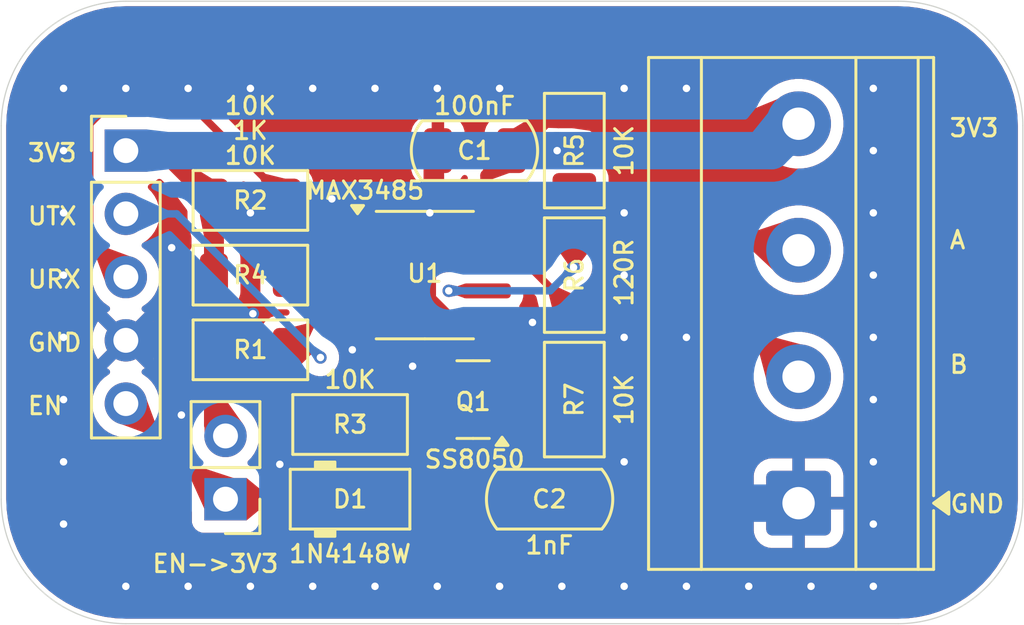
<source format=kicad_pcb>
(kicad_pcb (version 20241229) (generator "pcbnew") (generator_version "9.0")
  (layers (0 "F.Cu" signal) (2 "B.Cu" signal) (13 "F.Paste" user) (15 "B.Paste" user) (5 "F.SilkS" user "F.Silkscreen") (7 "B.SilkS" user "B.Silkscreen") (1 "F.Mask" user) (3 "B.Mask" user) (25 "Edge.Cuts" user))
  (net 0 "")
  (net 1 "GND")
  (net 2 "Net-(D1-A)")
  (net 3 "/EN")
  (net 4 "+3.3V")
  (net 5 "/RS-485-B")
  (net 6 "/RS-485-A")
  (net 7 "/USART_RX")
  (net 8 "/USART_TX")
  (net 9 "/RS485_EN")
  (footprint "Package_TO_SOT_SMD:SOT-23" (layer "F.Cu") (at 88.9375 70 180)
    (property "Reference" "Q1" (at 0 -0.0875 0) (layer "F.SilkS") (effects (font (size 0.7 0.7) (thickness 0.12))))
    (property "Value" "SS8050" (at -0.0625 -2.4 0) (layer "F.SilkS") (effects (font (size 0.7 0.7) (thickness 0.12))))
    (fp_line (start 0 1.56) (end 0.65 1.56) (stroke (width 0.12)) (layer "F.SilkS"))
    (fp_line (start 0 1.56) (end -0.65 1.56) (stroke (width 0.12)) (layer "F.SilkS"))
    (fp_line (start 0 -1.56) (end 0.65 -1.56) (stroke (width 0.12)) (layer "F.SilkS"))
    (fp_line (start 0 -1.56) (end -0.65 -1.56) (stroke (width 0.12)) (layer "F.SilkS"))
    (fp_poly (pts (xy -1.1625 -1.51) (xy -1.4025 -1.84) (xy -0.9225 -1.84)) (stroke (width 0.12)) (fill yes) (layer "F.SilkS"))
    (pad "1" smd roundrect (at -0.9375 -0.95 180) (size 1.475 0.6) (layers "F.Cu" "F.Mask" "F.Paste") (net 2 "Net-(D1-A)"))
    (pad "2" smd roundrect (at -0.9375 0.95 180) (size 1.475 0.6) (layers "F.Cu" "F.Mask" "F.Paste") (net 1 "GND"))
    (pad "3" smd roundrect (at 0.9375 0 180) (size 1.475 0.6) (layers "F.Cu" "F.Mask" "F.Paste") (net 9 "/RS485_EN"))
  )
  (footprint "PCM_Capacitor_SMD_AKL:C_1206_3216Metric" (layer "F.Cu") (at 92 74)
    (property "Reference" "C2" (at 0 0 0) (layer "F.SilkS") (effects (font (size 0.7 0.7) (thickness 0.12))))
    (property "Value" "1nF" (at 0 1.85 0) (layer "F.SilkS") (effects (font (size 0.7 0.7) (thickness 0.12))))
    (fp_line (start -2.1 1.2) (end 2.1 1.2) (stroke (width 0.12)) (layer "F.SilkS"))
    (fp_line (start 2.1 -1.2) (end -2.1 -1.2) (stroke (width 0.12)) (layer "F.SilkS"))
    (fp_arc (start -2.1 1.2) (mid -2.526625 0) (end -2.1 -1.2) (stroke (width 0.12)) (layer "F.SilkS"))
    (fp_arc (start 2.1 -1.2) (mid 2.541962 0) (end 2.1 1.2) (stroke (width 0.12)) (layer "F.SilkS"))
    (pad "1" smd roundrect (at -1.475 0) (size 1.15 1.8) (layers "F.Cu" "F.Mask" "F.Paste") (roundrect_rratio 0.217391) (net 2 "Net-(D1-A)"))
    (pad "2" smd roundrect (at 1.475 0) (size 1.15 1.8) (layers "F.Cu" "F.Mask" "F.Paste") (roundrect_rratio 0.217391) (net 1 "GND"))
  )
  (footprint "PCM_Capacitor_SMD_AKL:C_1206_3216Metric" (layer "F.Cu") (at 89 60 180)
    (property "Reference" "C1" (at 0.007668 0 0) (layer "F.SilkS") (effects (font (size 0.7 0.7) (thickness 0.12))))
    (property "Value" "100nF" (at 0 1.8 0) (layer "F.SilkS") (effects (font (size 0.7 0.7) (thickness 0.12))))
    (fp_line (start 2.1 -1.2) (end -2.1 -1.2) (stroke (width 0.12)) (layer "F.SilkS"))
    (fp_line (start -2.1 1.2) (end 2.1 1.2) (stroke (width 0.12)) (layer "F.SilkS"))
    (fp_arc (start 2.1 -1.2) (mid 2.541962 0) (end 2.1 1.2) (stroke (width 0.12)) (layer "F.SilkS"))
    (fp_arc (start -2.1 1.2) (mid -2.526625 0) (end -2.1 -1.2) (stroke (width 0.12)) (layer "F.SilkS"))
    (pad "1" smd roundrect (at -1.475 0 180) (size 1.15 1.8) (layers "F.Cu" "F.Mask" "F.Paste") (roundrect_rratio 0.217391) (net 4 "+3.3V"))
    (pad "2" smd roundrect (at 1.475 0 180) (size 1.15 1.8) (layers "F.Cu" "F.Mask" "F.Paste") (roundrect_rratio 0.217391) (net 1 "GND"))
  )
  (footprint "Connector_PinHeader_2.54mm:PinHeader_1x05_P2.54mm_Vertical" (layer "F.Cu") (at 75 60)
    (property "Reference" "J3" (hide yes))
    (property "Value" "Conn_01x05" (hide yes))
    (fp_line (start -1.38 -1.38) (end 0 -1.38) (stroke (width 0.12)) (layer "F.SilkS"))
    (fp_line (start -1.38 0) (end -1.38 -1.38) (stroke (width 0.12)) (layer "F.SilkS"))
    (fp_line (start -1.38 1.27) (end -1.38 11.54) (stroke (width 0.12)) (layer "F.SilkS"))
    (fp_line (start -1.38 1.27) (end 1.38 1.27) (stroke (width 0.12)) (layer "F.SilkS"))
    (fp_line (start -1.38 11.54) (end 1.38 11.54) (stroke (width 0.12)) (layer "F.SilkS"))
    (fp_line (start 1.38 1.27) (end 1.38 11.54) (stroke (width 0.12)) (layer "F.SilkS"))
    (pad "1" thru_hole rect (at 0 0) (size 1.7 1.7) (drill 1) (layers "*.Cu" "*.Mask") (net 4 "+3.3V"))
    (pad "2" thru_hole circle (at 0 2.54) (size 1.7 1.7) (drill 1) (layers "*.Cu" "*.Mask") (net 8 "/USART_TX"))
    (pad "3" thru_hole circle (at 0 5.08) (size 1.7 1.7) (drill 1) (layers "*.Cu" "*.Mask") (net 7 "/USART_RX"))
    (pad "4" thru_hole circle (at 0 7.62) (size 1.7 1.7) (drill 1) (layers "*.Cu" "*.Mask") (net 1 "GND"))
    (pad "5" thru_hole circle (at 0 10.16) (size 1.7 1.7) (drill 1) (layers "*.Cu" "*.Mask") (net 3 "/EN"))
  )
  (footprint "PCM_Diode_SMD_AKL:D_SOD-123" (layer "F.Cu") (at 84 74)
    (property "Reference" "D1" (at 0 0 0) (layer "F.SilkS") (effects (font (size 0.7 0.7) (thickness 0.12))))
    (property "Value" "1N4148W" (at 0 2.2 0) (layer "F.SilkS") (effects (font (size 0.7 0.7) (thickness 0.12))))
    (fp_line (start -2.4 -1.2) (end -2.4 1.2) (stroke (width 0.12)) (layer "F.SilkS"))
    (fp_line (start -2.4 1.2) (end 2.4 1.2) (stroke (width 0.12)) (layer "F.SilkS"))
    (fp_line (start 2.4 -1.2) (end -2.4 -1.2) (stroke (width 0.12)) (layer "F.SilkS"))
    (fp_line (start 2.4 1.2) (end 2.4 -1.2) (stroke (width 0.12)) (layer "F.SilkS"))
    (fp_poly (pts (xy -0.6 -1.2) (xy -1.4 -1.2) (xy -1.4 -1.5) (xy -0.6 -1.5)) (stroke (width 0.1)) (fill yes) (layer "F.SilkS"))
    (fp_poly (pts (xy -0.6 1.5) (xy -1.4 1.5) (xy -1.4 1.2) (xy -0.6 1.2)) (stroke (width 0.1)) (fill yes) (layer "F.SilkS"))
    (pad "1" smd roundrect (at -1.65 0) (size 0.9 1.2) (layers "F.Cu" "F.Mask" "F.Paste") (net 3 "/EN"))
    (pad "2" smd roundrect (at 1.65 0) (size 0.9 1.2) (layers "F.Cu" "F.Mask" "F.Paste") (net 2 "Net-(D1-A)"))
  )
  (footprint "PCM_Resistor_SMD_AKL:R_1206_3216Metric" (layer "F.Cu") (at 80 68)
    (property "Reference" "R1" (at 0 0 0) (layer "F.SilkS") (effects (font (size 0.7 0.7) (thickness 0.12))))
    (property "Value" "10K" (at 0 -7.8 0) (layer "F.SilkS") (effects (font (size 0.7 0.7) (thickness 0.12))))
    (fp_line (start -2.3 -1.2) (end -2.3 1.2) (stroke (width 0.12)) (layer "F.SilkS"))
    (fp_line (start -2.3 1.2) (end 2.3 1.2) (stroke (width 0.12)) (layer "F.SilkS"))
    (fp_line (start 2.3 -1.2) (end -2.3 -1.2) (stroke (width 0.12)) (layer "F.SilkS"))
    (fp_line (start 2.3 1.2) (end 2.3 -1.2) (stroke (width 0.12)) (layer "F.SilkS"))
    (pad "1" smd roundrect (at -1.4625 0) (size 1.125 1.75) (layers "F.Cu" "F.Mask" "F.Paste") (roundrect_rratio 0.222222) (net 4 "+3.3V"))
    (pad "2" smd roundrect (at 1.4625 0) (size 1.125 1.75) (layers "F.Cu" "F.Mask" "F.Paste") (roundrect_rratio 0.222222) (net 8 "/USART_TX"))
  )
  (footprint "PCM_Resistor_SMD_AKL:R_1206_3216Metric" (layer "F.Cu") (at 80 65)
    (property "Reference" "R4" (at 0 0 0) (layer "F.SilkS") (effects (font (size 0.7 0.7) (thickness 0.12))))
    (property "Value" "1K" (at 0 -5.8 0) (layer "F.SilkS") (effects (font (size 0.7 0.7) (thickness 0.12))))
    (fp_line (start -2.3 -1.2) (end -2.3 1.2) (stroke (width 0.12)) (layer "F.SilkS"))
    (fp_line (start -2.3 1.2) (end 2.3 1.2) (stroke (width 0.12)) (layer "F.SilkS"))
    (fp_line (start 2.3 -1.2) (end -2.3 -1.2) (stroke (width 0.12)) (layer "F.SilkS"))
    (fp_line (start 2.3 1.2) (end 2.3 -1.2) (stroke (width 0.12)) (layer "F.SilkS"))
    (pad "1" smd roundrect (at -1.4625 0) (size 1.125 1.75) (layers "F.Cu" "F.Mask" "F.Paste") (roundrect_rratio 0.222222) (net 4 "+3.3V"))
    (pad "2" smd roundrect (at 1.4625 0) (size 1.125 1.75) (layers "F.Cu" "F.Mask" "F.Paste") (roundrect_rratio 0.222222) (net 9 "/RS485_EN"))
  )
  (footprint "TerminalBlock_Phoenix:TerminalBlock_Phoenix_MKDS-3-4-5.08_1x04_P5.08mm_Horizontal" (layer "F.Cu") (at 102 74.16 90)
    (property "Reference" "J2" (hide yes))
    (property "Value" "JST_04" (hide yes))
    (fp_line (start 17.9 -6.02) (end 17.9 5.42) (stroke (width 0.12)) (layer "F.SilkS"))
    (fp_line (start -2.66 -6.02) (end 17.9 -6.02) (stroke (width 0.12)) (layer "F.SilkS"))
    (fp_line (start -2.66 -6.02) (end -2.66 5.42) (stroke (width 0.12)) (layer "F.SilkS"))
    (fp_line (start -2.66 -3.9) (end 17.9 -3.9) (stroke (width 0.12)) (layer "F.SilkS"))
    (fp_line (start -2.66 2.3) (end 17.9 2.3) (stroke (width 0.12)) (layer "F.SilkS"))
    (fp_line (start -2.66 4.8) (end 17.9 4.8) (stroke (width 0.12)) (layer "F.SilkS"))
    (fp_line (start 0.3 5.42) (end 17.9 5.42) (stroke (width 0.12)) (layer "F.SilkS"))
    (fp_line (start -2.66 5.42) (end -0.3 5.42) (stroke (width 0.12)) (layer "F.SilkS"))
    (fp_poly (pts (xy 0 5.42) (xy 0.44 6.03) (xy -0.44 6.03)) (stroke (width 0.12)) (fill yes) (layer "F.SilkS"))
    (pad "1" thru_hole roundrect (at 0 0 90) (size 2.6 2.6) (drill 1.3) (layers "*.Cu" "*.Mask") (roundrect_rratio 0.096154) (net 1 "GND"))
    (pad "2" thru_hole circle (at 5.08 0 90) (size 2.6 2.6) (drill 1.3) (layers "*.Cu" "*.Mask") (net 5 "/RS-485-B"))
    (pad "3" thru_hole circle (at 10.16 0 90) (size 2.6 2.6) (drill 1.3) (layers "*.Cu" "*.Mask") (net 6 "/RS-485-A"))
    (pad "4" thru_hole circle (at 15.24 0 90) (size 2.6 2.6) (drill 1.3) (layers "*.Cu" "*.Mask") (net 4 "+3.3V"))
  )
  (footprint "PCM_Resistor_SMD_AKL:R_1206_3216Metric" (layer "F.Cu") (at 80 62)
    (property "Reference" "R2" (at 0 0 0) (layer "F.SilkS") (effects (font (size 0.7 0.7) (thickness 0.12))))
    (property "Value" "10K" (at 0 -3.8 0) (layer "F.SilkS") (effects (font (size 0.7 0.7) (thickness 0.12))))
    (fp_line (start -2.3 -1.2) (end -2.3 1.2) (stroke (width 0.12)) (layer "F.SilkS"))
    (fp_line (start -2.3 1.2) (end 2.3 1.2) (stroke (width 0.12)) (layer "F.SilkS"))
    (fp_line (start 2.3 -1.2) (end -2.3 -1.2) (stroke (width 0.12)) (layer "F.SilkS"))
    (fp_line (start 2.3 1.2) (end 2.3 -1.2) (stroke (width 0.12)) (layer "F.SilkS"))
    (pad "1" smd roundrect (at -1.4625 0) (size 1.125 1.75) (layers "F.Cu" "F.Mask" "F.Paste") (roundrect_rratio 0.222222) (net 4 "+3.3V"))
    (pad "2" smd roundrect (at 1.4625 0) (size 1.125 1.75) (layers "F.Cu" "F.Mask" "F.Paste") (roundrect_rratio 0.222222) (net 7 "/USART_RX"))
  )
  (footprint "PCM_Resistor_SMD_AKL:R_1206_3216Metric" (layer "F.Cu") (at 93 60 -90)
    (property "Reference" "R5" (at 0 0 90) (layer "F.SilkS") (effects (font (size 0.7 0.7) (thickness 0.12))))
    (property "Value" "10K" (at 0 -2 90) (layer "F.SilkS") (effects (font (size 0.7 0.7) (thickness 0.12))))
    (fp_line (start -2.3 1.2) (end 2.3 1.2) (stroke (width 0.12)) (layer "F.SilkS"))
    (fp_line (start 2.3 1.2) (end 2.3 -1.2) (stroke (width 0.12)) (layer "F.SilkS"))
    (fp_line (start -2.3 -1.2) (end -2.3 1.2) (stroke (width 0.12)) (layer "F.SilkS"))
    (fp_line (start 2.3 -1.2) (end -2.3 -1.2) (stroke (width 0.12)) (layer "F.SilkS"))
    (pad "1" smd roundrect (at -1.4625 0 270) (size 1.125 1.75) (layers "F.Cu" "F.Mask" "F.Paste") (roundrect_rratio 0.222222) (net 4 "+3.3V"))
    (pad "2" smd roundrect (at 1.4625 0 270) (size 1.125 1.75) (layers "F.Cu" "F.Mask" "F.Paste") (roundrect_rratio 0.222222) (net 6 "/RS-485-A"))
  )
  (footprint "PCM_Resistor_SMD_AKL:R_1206_3216Metric" (layer "F.Cu") (at 93 65 -90)
    (property "Reference" "R6" (at 0 0 90) (layer "F.SilkS") (effects (font (size 0.7 0.7) (thickness 0.12))))
    (property "Value" "120R" (at -0.102133 -2 90) (layer "F.SilkS") (effects (font (size 0.7 0.7) (thickness 0.12))))
    (fp_line (start -2.3 1.2) (end 2.3 1.2) (stroke (width 0.12)) (layer "F.SilkS"))
    (fp_line (start 2.3 1.2) (end 2.3 -1.2) (stroke (width 0.12)) (layer "F.SilkS"))
    (fp_line (start -2.3 -1.2) (end -2.3 1.2) (stroke (width 0.12)) (layer "F.SilkS"))
    (fp_line (start 2.3 -1.2) (end -2.3 -1.2) (stroke (width 0.12)) (layer "F.SilkS"))
    (pad "1" smd roundrect (at -1.4625 0 270) (size 1.125 1.75) (layers "F.Cu" "F.Mask" "F.Paste") (roundrect_rratio 0.222222) (net 6 "/RS-485-A"))
    (pad "2" smd roundrect (at 1.4625 0 270) (size 1.125 1.75) (layers "F.Cu" "F.Mask" "F.Paste") (roundrect_rratio 0.222222) (net 5 "/RS-485-B"))
  )
  (footprint "Connector_PinHeader_2.54mm:PinHeader_1x02_P2.54mm_Vertical" (layer "F.Cu") (at 79 74 180)
    (property "Reference" "J1" (hide yes))
    (property "Value" "Conn_01x02" (hide yes))
    (fp_line (start 1.38 1.27) (end 1.38 3.92) (stroke (width 0.12)) (layer "F.SilkS"))
    (fp_line (start -1.38 3.92) (end 1.38 3.92) (stroke (width 0.12)) (layer "F.SilkS"))
    (fp_line (start -1.38 1.27) (end 1.38 1.27) (stroke (width 0.12)) (layer "F.SilkS"))
    (fp_line (start -1.38 1.27) (end -1.38 3.92) (stroke (width 0.12)) (layer "F.SilkS"))
    (fp_line (start -1.38 0) (end -1.38 -1.38) (stroke (width 0.12)) (layer "F.SilkS"))
    (fp_line (start -1.38 -1.38) (end 0 -1.38) (stroke (width 0.12)) (layer "F.SilkS"))
    (pad "1" thru_hole rect (at 0 0 180) (size 1.7 1.7) (drill 1) (layers "*.Cu" "*.Mask") (net 3 "/EN"))
    (pad "2" thru_hole circle (at 0 2.54 180) (size 1.7 1.7) (drill 1) (layers "*.Cu" "*.Mask") (net 4 "+3.3V"))
  )
  (footprint "Package_SO:SOIC-8_3.9x4.9mm_P1.27mm" (layer "F.Cu") (at 87 65)
    (property "Reference" "U1" (at 0 -0.065 0) (layer "F.SilkS") (effects (font (size 0.7 0.7) (thickness 0.12))))
    (property "Value" "MAX3485" (at -2.4 -3.4 0) (layer "F.SilkS") (effects (font (size 0.7 0.7) (thickness 0.12))))
    (fp_line (start 0 -2.56) (end -1.95 -2.56) (stroke (width 0.12)) (layer "F.SilkS"))
    (fp_line (start 0 -2.56) (end 1.95 -2.56) (stroke (width 0.12)) (layer "F.SilkS"))
    (fp_line (start 0 2.56) (end -1.95 2.56) (stroke (width 0.12)) (layer "F.SilkS"))
    (fp_line (start 0 2.56) (end 1.95 2.56) (stroke (width 0.12)) (layer "F.SilkS"))
    (fp_poly (pts (xy -2.7 -2.465) (xy -2.94 -2.795) (xy -2.46 -2.795)) (stroke (width 0.12)) (fill yes) (layer "F.SilkS"))
    (pad "1" smd roundrect (at -2.475 -1.905) (size 1.95 0.6) (layers "F.Cu" "F.Mask" "F.Paste") (net 7 "/USART_RX"))
    (pad "2" smd roundrect (at -2.475 -0.635) (size 1.95 0.6) (layers "F.Cu" "F.Mask" "F.Paste") (net 9 "/RS485_EN"))
    (pad "3" smd roundrect (at -2.475 0.635) (size 1.95 0.6) (layers "F.Cu" "F.Mask" "F.Paste") (net 9 "/RS485_EN"))
    (pad "4" smd roundrect (at -2.475 1.905) (size 1.95 0.6) (layers "F.Cu" "F.Mask" "F.Paste") (net 8 "/USART_TX"))
    (pad "5" smd roundrect (at 2.475 1.905) (size 1.95 0.6) (layers "F.Cu" "F.Mask" "F.Paste") (net 1 "GND"))
    (pad "6" smd roundrect (at 2.475 0.635) (size 1.95 0.6) (layers "F.Cu" "F.Mask" "F.Paste") (net 6 "/RS-485-A"))
    (pad "7" smd roundrect (at 2.475 -0.635) (size 1.95 0.6) (layers "F.Cu" "F.Mask" "F.Paste") (net 5 "/RS-485-B"))
    (pad "8" smd roundrect (at 2.475 -1.905) (size 1.95 0.6) (layers "F.Cu" "F.Mask" "F.Paste") (net 4 "+3.3V"))
  )
  (footprint "PCM_Resistor_SMD_AKL:R_1206_3216Metric" (layer "F.Cu") (at 93 70 -90)
    (property "Reference" "R7" (at 0 0 90) (layer "F.SilkS") (effects (font (size 0.7 0.7) (thickness 0.12))))
    (property "Value" "10K" (at 0 -2 90) (layer "F.SilkS") (effects (font (size 0.7 0.7) (thickness 0.12))))
    (fp_line (start -2.3 1.2) (end 2.3 1.2) (stroke (width 0.12)) (layer "F.SilkS"))
    (fp_line (start 2.3 1.2) (end 2.3 -1.2) (stroke (width 0.12)) (layer "F.SilkS"))
    (fp_line (start -2.3 -1.2) (end -2.3 1.2) (stroke (width 0.12)) (layer "F.SilkS"))
    (fp_line (start 2.3 -1.2) (end -2.3 -1.2) (stroke (width 0.12)) (layer "F.SilkS"))
    (pad "1" smd roundrect (at -1.4625 0 270) (size 1.125 1.75) (layers "F.Cu" "F.Mask" "F.Paste") (roundrect_rratio 0.222222) (net 5 "/RS-485-B"))
    (pad "2" smd roundrect (at 1.4625 0 270) (size 1.125 1.75) (layers "F.Cu" "F.Mask" "F.Paste") (roundrect_rratio 0.222222) (net 1 "GND"))
  )
  (footprint "PCM_Resistor_SMD_AKL:R_1206_3216Metric" (layer "F.Cu") (at 84 71)
    (property "Reference" "R3" (at 0 0 0) (layer "F.SilkS") (effects (font (size 0.7 0.7) (thickness 0.12))))
    (property "Value" "10K" (at 0 -1.8 0) (layer "F.SilkS") (effects (font (size 0.7 0.7) (thickness 0.12))))
    (fp_line (start -2.3 -1.2) (end -2.3 1.2) (stroke (width 0.12)) (layer "F.SilkS"))
    (fp_line (start -2.3 1.2) (end 2.3 1.2) (stroke (width 0.12)) (layer "F.SilkS"))
    (fp_line (start 2.3 -1.2) (end -2.3 -1.2) (stroke (width 0.12)) (layer "F.SilkS"))
    (fp_line (start 2.3 1.2) (end 2.3 -1.2) (stroke (width 0.12)) (layer "F.SilkS"))
    (pad "1" smd roundrect (at -1.4625 0) (size 1.125 1.75) (layers "F.Cu" "F.Mask" "F.Paste") (roundrect_rratio 0.222222) (net 3 "/EN"))
    (pad "2" smd roundrect (at 1.4625 0) (size 1.125 1.75) (layers "F.Cu" "F.Mask" "F.Paste") (roundrect_rratio 0.222222) (net 2 "Net-(D1-A)"))
  )
  (gr_arc (start 75 79) (mid 71.464466 77.535534) (end 70 74) (stroke (width 0.05)) (layer "Edge.Cuts"))
  (gr_line (start 111 59) (end 111 74) (stroke (width 0.05)) (layer "Edge.Cuts"))
  (gr_arc (start 70 59) (mid 71.464466 55.464466) (end 75 54) (stroke (width 0.05)) (layer "Edge.Cuts"))
  (gr_line (start 106 79) (end 75 79) (stroke (width 0.05)) (layer "Edge.Cuts"))
  (gr_line (start 75 54) (end 106 54) (stroke (width 0.05)) (layer "Edge.Cuts"))
  (gr_arc (start 111 74) (mid 109.535534 77.535534) (end 106 79) (stroke (width 0.05)) (layer "Edge.Cuts"))
  (gr_arc (start 106 54) (mid 109.535534 55.464466) (end 111 59) (stroke (width 0.05)) (layer "Edge.Cuts"))
  (gr_line (start 70 74) (end 70 59) (stroke (width 0.05)) (layer "Edge.Cuts"))
  (gr_text "GND" (at 71 68.12 0) (layer "F.SilkS") (effects (font (size 0.7 0.7) (thickness 0.12) (bold yes)) (justify left bottom)))
  (gr_text "A" (at 108 64 0) (layer "F.SilkS") (effects (font (size 0.7 0.7) (thickness 0.12) (bold yes)) (justify left bottom)))
  (gr_text "UTX" (at 71 63.04 0) (layer "F.SilkS") (effects (font (size 0.7 0.7) (thickness 0.12) (bold yes)) (justify left bottom)))
  (gr_text "EN->3V3" (at 76 77 0) (layer "F.SilkS") (effects (font (size 0.7 0.7) (thickness 0.12) (bold yes)) (justify left bottom)))
  (gr_text "URX" (at 71 65.58 0) (layer "F.SilkS") (effects (font (size 0.7 0.7) (thickness 0.12) (bold yes)) (justify left bottom)))
  (gr_text "3V3" (at 71 60.5 0) (layer "F.SilkS") (effects (font (size 0.7 0.7) (thickness 0.12) (bold yes)) (justify left bottom)))
  (gr_text "EN" (at 71 70.66 0) (layer "F.SilkS") (effects (font (size 0.7 0.7) (thickness 0.12) (bold yes)) (justify left bottom)))
  (gr_text "B" (at 108 69 0) (layer "F.SilkS") (effects (font (size 0.7 0.7) (thickness 0.12) (bold yes)) (justify left bottom)))
  (gr_text "3V3" (at 108 59.5 0) (layer "F.SilkS") (effects (font (size 0.7 0.7) (thickness 0.12) (bold yes)) (justify left bottom)))
  (gr_text "GND" (at 108.03 74.6 0) (layer "F.SilkS") (effects (font (size 0.7 0.7) (thickness 0.12) (bold yes)) (justify left bottom)))
  (segment (start 93 73.525) (end 93.475 74) (width 0.8) (layer "F.Cu") (net 1))
  (segment (start 93.635 74.16) (end 93.475 74) (width 0.8) (layer "F.Cu") (net 1))
  (segment (start 87.525 60) (end 87.199 60.326) (width 0.5) (layer "F.Cu") (net 1))
  (segment (start 102 74.16) (end 93.635 74.16) (width 0.8) (layer "F.Cu") (net 1))
  (segment (start 88.158783 66.905) (end 89.475 66.905) (width 0.5) (layer "F.Cu") (net 1))
  (segment (start 87.199 60.326) (end 87.199 62.5) (width 0.5) (layer "F.Cu") (net 1))
  (segment (start 89.875 69.05) (end 90.5875 69.05) (width 0.8) (layer "F.Cu") (net 1))
  (segment (start 87.199 62.5) (end 87.199 65.945217) (width 0.5) (layer "F.Cu") (net 1))
  (segment (start 89.475 66.905) (end 89.475 68.65) (width 0.5) (layer "F.Cu") (net 1))
  (segment (start 87.199 65.945217) (end 88.158783 66.905) (width 0.5) (layer "F.Cu") (net 1))
  (segment (start 93 71.4625) (end 93 73.525) (width 0.8) (layer "F.Cu") (net 1))
  (segment (start 89.475 68.65) (end 89.875 69.05) (width 0.5) (layer "F.Cu") (net 1))
  (segment (start 90.5875 69.05) (end 93 71.4625) (width 0.8) (layer "F.Cu") (net 1))
  (via (at 86.51 68.66) (size 0.5) (drill 0.3) (layers "F.Cu" "B.Cu") (net 1))
  (via (at 105 62.5) (size 0.5) (drill 0.3) (layers "F.Cu" "B.Cu") (net 1))
  (via (at 95 77.5) (size 0.5) (drill 0.3) (layers "F.Cu" "B.Cu") (net 1))
  (via (at 72.5 62.5) (size 0.5) (drill 0.3) (layers "F.Cu" "B.Cu") (net 1))
  (via (at 72.5 75) (size 0.5) (drill 0.3) (layers "F.Cu" "B.Cu") (net 1))
  (via (at 95 72.5) (size 0.5) (drill 0.3) (layers "F.Cu" "B.Cu") (net 1))
  (via (at 105 77.5) (size 0.5) (drill 0.3) (layers "F.Cu" "B.Cu") (net 1))
  (via (at 72.5 65) (size 0.5) (drill 0.3) (layers "F.Cu" "B.Cu") (net 1))
  (via (at 72.5 67.5) (size 0.5) (drill 0.3) (layers "F.Cu" "B.Cu") (net 1))
  (via (at 91.32 66.9) (size 0.5) (drill 0.3) (layers "F.Cu" "B.Cu") (net 1))
  (via (at 95 65) (size 0.5) (drill 0.3) (layers "F.Cu" "B.Cu") (net 1))
  (via (at 84.09 68) (size 0.5) (drill 0.3) (layers "F.Cu" "B.Cu") (net 1))
  (via (at 80.1 66.55) (size 0.5) (drill 0.3) (layers "F.Cu" "B.Cu") (net 1))
  (via (at 105 72.5) (size 0.5) (drill 0.3) (layers "F.Cu" "B.Cu") (net 1))
  (via (at 80 57.5) (size 0.5) (drill 0.3) (layers "F.Cu" "B.Cu") (net 1))
  (via (at 97.5 67.5) (size 0.5) (drill 0.3) (layers "F.Cu" "B.Cu") (net 1))
  (via (at 82.5 77.5) (size 0.5) (drill 0.3) (layers "F.Cu" "B.Cu") (net 1))
  (via (at 72.5 70) (size 0.5) (drill 0.3) (layers "F.Cu" "B.Cu") (net 1))
  (via (at 105 65) (size 0.5) (drill 0.3) (layers "F.Cu" "B.Cu") (net 1))
  (via (at 97.5 77.5) (size 0.5) (drill 0.3) (layers "F.Cu" "B.Cu") (net 1))
  (via (at 97.5 57.5) (size 0.5) (drill 0.3) (layers "F.Cu" "B.Cu") (net 1))
  (via (at 105 60) (size 0.5) (drill 0.3) (layers "F.Cu" "B.Cu") (net 1))
  (via (at 77.23 70.62) (size 0.5) (drill 0.3) (layers "F.Cu" "B.Cu") (net 1))
  (via (at 105 67.5) (size 0.5) (drill 0.3) (layers "F.Cu" "B.Cu") (net 1))
  (via (at 102.5 77.5) (size 0.5) (drill 0.3) (layers "F.Cu" "B.Cu") (net 1))
  (via (at 77.5 57.5) (size 0.5) (drill 0.3) (layers "F.Cu" "B.Cu") (net 1))
  (via (at 95 67.5) (size 0.5) (drill 0.3) (layers "F.Cu" "B.Cu") (net 1))
  (via (at 87.5 77.5) (size 0.5) (drill 0.3) (layers "F.Cu" "B.Cu") (net 1))
  (via (at 80 62.5) (size 0.5) (drill 0.3) (layers "F.Cu" "B.Cu") (net 1))
  (via (at 90 77.5) (size 0.5) (drill 0.3) (layers "F.Cu" "B.Cu") (net 1))
  (via (at 77.5 77.5) (size 0.5) (drill 0.3) (layers "F.Cu" "B.Cu") (net 1))
  (via (at 85 77.5) (size 0.5) (drill 0.3) (layers "F.Cu" "B.Cu") (net 1))
  (via (at 75 57.5) (size 0.5) (drill 0.3) (layers "F.Cu" "B.Cu") (net 1))
  (via (at 100 77.5) (size 0.5) (drill 0.3) (layers "F.Cu" "B.Cu") (net 1))
  (via (at 72.5 60) (size 0.5) (drill 0.3) (layers "F.Cu" "B.Cu") (net 1))
  (via (at 105 57.5) (size 0.5) (drill 0.3) (layers "F.Cu" "B.Cu") (net 1))
  (via (at 72.5 57.5) (size 0.5) (drill 0.3) (layers "F.Cu" "B.Cu") (net 1))
  (via (at 76.84 63.9) (size 0.5) (drill 0.3) (layers "F.Cu" "B.Cu") (net 1))
  (via (at 75 77.5) (size 0.5) (drill 0.3) (layers "F.Cu" "B.Cu") (net 1))
  (via (at 105 70) (size 0.5) (drill 0.3) (layers "F.Cu" "B.Cu") (net 1))
  (via (at 87.199 62.5) (size 0.5) (drill 0.3) (layers "F.Cu" "B.Cu") (net 1))
  (via (at 72.5 72.5) (size 0.5) (drill 0.3) (layers "F.Cu" "B.Cu") (net 1))
  (via (at 83.27 61.94) (size 0.5) (drill 0.3) (layers "F.Cu" "B.Cu") (net 1))
  (via (at 95 62.5) (size 0.5) (drill 0.3) (layers "F.Cu" "B.Cu") (net 1))
  (via (at 105 75) (size 0.5) (drill 0.3) (layers "F.Cu" "B.Cu") (net 1))
  (via (at 81.18 72.6) (size 0.5) (drill 0.3) (layers "F.Cu" "B.Cu") (net 1))
  (via (at 87.5 57.5) (size 0.5) (drill 0.3) (layers "F.Cu" "B.Cu") (net 1))
  (via (at 90 57.5) (size 0.5) (drill 0.3) (layers "F.Cu" "B.Cu") (net 1))
  (via (at 82.5 57.5) (size 0.5) (drill 0.3) (layers "F.Cu" "B.Cu") (net 1))
  (via (at 85 57.5) (size 0.5) (drill 0.3) (layers "F.Cu" "B.Cu") (net 1))
  (via (at 92.5 77.5) (size 0.5) (drill 0.3) (layers "F.Cu" "B.Cu") (net 1))
  (via (at 80 77.5) (size 0.5) (drill 0.3) (layers "F.Cu" "B.Cu") (net 1))
  (via (at 95 57.5) (size 0.5) (drill 0.3) (layers "F.Cu" "B.Cu") (net 1))
  (segment (start 75 67.62) (end 79.22 67.62) (width 1.5) (layer "B.Cu") (net 1))
  (segment (start 79.22 67.62) (end 85.76 74.16) (width 1.5) (layer "B.Cu") (net 1))
  (segment (start 85.76 74.16) (end 102 74.16) (width 1.5) (layer "B.Cu") (net 1))
  (segment (start 85.5125 70.95) (end 85.4625 71) (width 0.3) (layer "F.Cu") (net 2))
  (segment (start 90.525 71.6) (end 90.525 74) (width 0.3) (layer "F.Cu") (net 2))
  (segment (start 85.4625 71) (end 85.4625 73.8125) (width 0.3) (layer "F.Cu") (net 2))
  (segment (start 85.4625 73.8125) (end 85.65 74) (width 0.3) (layer "F.Cu") (net 2))
  (segment (start 89.875 70.95) (end 90.525 71.6) (width 0.3) (layer "F.Cu") (net 2))
  (segment (start 89.875 70.95) (end 85.5125 70.95) (width 0.3) (layer "F.Cu") (net 2))
  (segment (start 78.84 74) (end 79 74) (width 0.3) (layer "F.Cu") (net 3))
  (segment (start 82.5375 73.8125) (end 82.35 74) (width 0.3) (layer "F.Cu") (net 3))
  (segment (start 82.5375 71) (end 82.5375 73.8125) (width 0.3) (layer "F.Cu") (net 3))
  (segment (start 75 70.16) (end 78.84 74) (width 0.3) (layer "F.Cu") (net 3))
  (segment (start 79 74) (end 82.35 74) (width 0.3) (layer "F.Cu") (net 3))
  (segment (start 93 58.5375) (end 93.5375 58.5375) (width 0.8) (layer "F.Cu") (net 4))
  (segment (start 78.5375 70.9975) (end 79 71.46) (width 0.8) (layer "F.Cu") (net 4))
  (segment (start 93 58.5375) (end 91.9375 58.5375) (width 0.8) (layer "F.Cu") (net 4))
  (segment (start 93.92 58.92) (end 102 58.92) (width 0.8) (layer "F.Cu") (net 4))
  (segment (start 75 60) (end 76.5375 60) (width 0.8) (layer "F.Cu") (net 4))
  (segment (start 89.475 63.095) (end 89.475 61) (width 0.5) (layer "F.Cu") (net 4))
  (segment (start 78.5375 62) (end 78.5375 70.9975) (width 0.8) (layer "F.Cu") (net 4))
  (segment (start 93.5375 58.5375) (end 93.92 58.92) (width 0.8) (layer "F.Cu") (net 4))
  (segment (start 91.9375 58.5375) (end 90.475 60) (width 0.8) (layer "F.Cu") (net 4))
  (segment (start 76.5375 60) (end 78.5375 62) (width 0.8) (layer "F.Cu") (net 4))
  (segment (start 89.475 61) (end 90.475 60) (width 0.5) (layer "F.Cu") (net 4))
  (via (at 92.31 60) (size 0.5) (drill 0.3) (layers "F.Cu" "B.Cu") (net 4))
  (segment (start 75 60) (end 92.31 60) (width 1.5) (layer "B.Cu") (net 4))
  (segment (start 100.92 60) (end 102 58.92) (width 1.5) (layer "B.Cu") (net 4))
  (segment (start 92.31 60) (end 100.92 60) (width 1.5) (layer "B.Cu") (net 4))
  (segment (start 89.475 64.365) (end 90.9025 64.365) (width 0.3) (layer "F.Cu") (net 5))
  (segment (start 90.9025 64.365) (end 93 66.4625) (width 0.3) (layer "F.Cu") (net 5))
  (segment (start 93 66.4625) (end 93 68.5375) (width 0.3) (layer "F.Cu") (net 5))
  (segment (start 99.3825 66.4625) (end 102 69.08) (width 0.3) (layer "F.Cu") (net 5))
  (segment (start 93 66.4625) (end 99.3825 66.4625) (width 0.3) (layer "F.Cu") (net 5))
  (segment (start 87.965 65.635) (end 87.96 65.63) (width 0.3) (layer "F.Cu") (net 6))
  (segment (start 92.97 63.5675) (end 93 63.5375) (width 0.3) (layer "F.Cu") (net 6))
  (segment (start 93 61.4625) (end 93 63.5375) (width 0.3) (layer "F.Cu") (net 6))
  (segment (start 89.475 65.635) (end 87.965 65.635) (width 0.3) (layer "F.Cu") (net 6))
  (segment (start 92.97 64.69) (end 92.97 63.5675) (width 0.3) (layer "F.Cu") (net 6))
  (segment (start 101.5375 63.5375) (end 102 64) (width 0.3) (layer "F.Cu") (net 6))
  (segment (start 93 63.5375) (end 101.5375 63.5375) (width 0.3) (layer "F.Cu") (net 6))
  (via (at 87.96 65.63) (size 0.5) (drill 0.3) (layers "F.Cu" "B.Cu") (net 6))
  (via (at 92.97 64.69) (size 0.5) (drill 0.3) (layers "F.Cu" "B.Cu") (net 6))
  (segment (start 87.96 65.63) (end 92.03 65.63) (width 0.3) (layer "B.Cu") (net 6))
  (segment (start 92.03 65.63) (end 92.97 64.69) (width 0.3) (layer "B.Cu") (net 6))
  (segment (start 77.9425 58.48) (end 73.998 58.48) (width 0.3) (layer "F.Cu") (net 7))
  (segment (start 73.998 58.48) (end 73.55 58.928) (width 0.3) (layer "F.Cu") (net 7))
  (segment (start 82.5575 63.095) (end 84.525 63.095) (width 0.3) (layer "F.Cu") (net 7))
  (segment (start 73.55 58.928) (end 73.55 63.63) (width 0.3) (layer "F.Cu") (net 7))
  (segment (start 81.4625 62) (end 77.9425 58.48) (width 0.3) (layer "F.Cu") (net 7))
  (segment (start 81.4625 62) (end 82.5575 63.095) (width 0.3) (layer "F.Cu") (net 7))
  (segment (start 73.55 63.63) (end 75 65.08) (width 0.3) (layer "F.Cu") (net 7))
  (segment (start 82.5 68) (end 82.81 68.31) (width 0.3) (layer "F.Cu") (net 8))
  (segment (start 81.4625 68) (end 82.5 68) (width 0.3) (layer "F.Cu") (net 8))
  (segment (start 81.4625 68) (end 82.5575 66.905) (width 0.3) (layer "F.Cu") (net 8))
  (segment (start 82.5575 66.905) (end 84.525 66.905) (width 0.3) (layer "F.Cu") (net 8))
  (via (at 82.81 68.31) (size 0.5) (drill 0.3) (layers "F.Cu" "B.Cu") (net 8))
  (segment (start 82.81 68.31) (end 77.04 62.54) (width 0.3) (layer "B.Cu") (net 8))
  (segment (start 77.04 62.54) (end 75 62.54) (width 0.3) (layer "B.Cu") (net 8))
  (segment (start 85.499999 65.635) (end 84.525 65.635) (width 0.3) (layer "F.Cu") (net 9))
  (segment (start 82.0975 64.365) (end 84.525 64.365) (width 0.3) (layer "F.Cu") (net 9))
  (segment (start 82.0975 65.635) (end 84.525 65.635) (width 0.3) (layer "F.Cu") (net 9))
  (segment (start 81.4625 65) (end 82.0975 64.365) (width 0.3) (layer "F.Cu") (net 9))
  (segment (start 81.4625 65) (end 82.0975 65.635) (width 0.3) (layer "F.Cu") (net 9))
  (segment (start 88 70) (end 88 68.135001) (width 0.3) (layer "F.Cu") (net 9))
  (segment (start 88 68.135001) (end 85.499999 65.635) (width 0.3) (layer "F.Cu") (net 9))
  (zone (net 1) (net_name "GND") (layers "F.Cu" "B.Cu") (name "GND") (priority 3) (connect_pads (clearance 0.5)) (min_thickness 0.25) (fill yes (thermal_gap 0.5) (thermal_bridge_width 0.5))
    (polygon (pts (xy 70 54) (xy 70 79) (xy 111 79) (xy 111 54)))
  )
)
</source>
